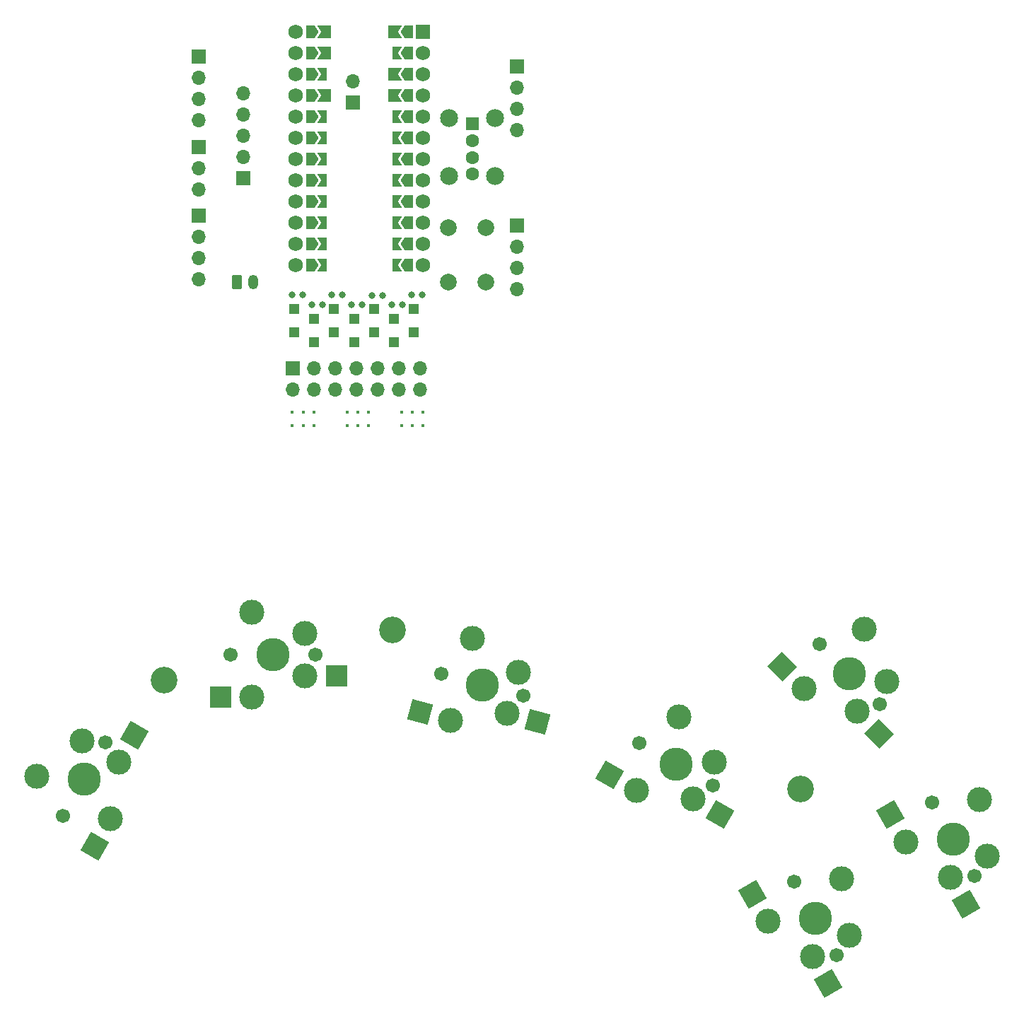
<source format=gbr>
%TF.GenerationSoftware,KiCad,Pcbnew,6.0.4*%
%TF.CreationDate,2022-05-08T18:55:17+02:00*%
%TF.ProjectId,mykeeb-adapter,6d796b65-6562-42d6-9164-61707465722e,rev?*%
%TF.SameCoordinates,Original*%
%TF.FileFunction,Soldermask,Bot*%
%TF.FilePolarity,Negative*%
%FSLAX46Y46*%
G04 Gerber Fmt 4.6, Leading zero omitted, Abs format (unit mm)*
G04 Created by KiCad (PCBNEW 6.0.4) date 2022-05-08 18:55:17*
%MOMM*%
%LPD*%
G01*
G04 APERTURE LIST*
G04 Aperture macros list*
%AMRoundRect*
0 Rectangle with rounded corners*
0 $1 Rounding radius*
0 $2 $3 $4 $5 $6 $7 $8 $9 X,Y pos of 4 corners*
0 Add a 4 corners polygon primitive as box body*
4,1,4,$2,$3,$4,$5,$6,$7,$8,$9,$2,$3,0*
0 Add four circle primitives for the rounded corners*
1,1,$1+$1,$2,$3*
1,1,$1+$1,$4,$5*
1,1,$1+$1,$6,$7*
1,1,$1+$1,$8,$9*
0 Add four rect primitives between the rounded corners*
20,1,$1+$1,$2,$3,$4,$5,0*
20,1,$1+$1,$4,$5,$6,$7,0*
20,1,$1+$1,$6,$7,$8,$9,0*
20,1,$1+$1,$8,$9,$2,$3,0*%
%AMRotRect*
0 Rectangle, with rotation*
0 The origin of the aperture is its center*
0 $1 length*
0 $2 width*
0 $3 Rotation angle, in degrees counterclockwise*
0 Add horizontal line*
21,1,$1,$2,0,0,$3*%
%AMFreePoly0*
4,1,6,1.000000,0.000000,0.500000,-0.750000,-0.500000,-0.750000,-0.500000,0.750000,0.500000,0.750000,1.000000,0.000000,1.000000,0.000000,$1*%
%AMFreePoly1*
4,1,6,1.000000,-0.750000,-0.650000,-0.750000,-0.150000,0.000000,-0.650000,0.750000,1.000000,0.750000,1.000000,-0.750000,1.000000,-0.750000,$1*%
%AMFreePoly2*
4,1,6,0.500000,-0.750000,-0.650000,-0.750000,-0.150000,0.000000,-0.650000,0.750000,0.500000,0.750000,0.500000,-0.750000,0.500000,-0.750000,$1*%
G04 Aperture macros list end*
%ADD10C,3.000000*%
%ADD11C,1.701800*%
%ADD12C,3.987800*%
%ADD13RotRect,2.550000X2.500000X315.000000*%
%ADD14C,0.393700*%
%ADD15RotRect,2.550000X2.500000X300.000000*%
%ADD16C,0.800000*%
%ADD17R,1.200000X1.200000*%
%ADD18R,2.550000X2.500000*%
%ADD19RotRect,2.550000X2.500000X345.000000*%
%ADD20RotRect,2.550000X2.500000X60.000000*%
%ADD21C,3.200000*%
%ADD22RotRect,2.550000X2.500000X330.000000*%
%ADD23R,1.700000X1.700000*%
%ADD24O,1.700000X1.700000*%
%ADD25R,1.600000X1.600000*%
%ADD26C,1.600000*%
%ADD27C,2.150000*%
%ADD28C,1.752600*%
%ADD29FreePoly0,0.000000*%
%ADD30FreePoly0,180.000000*%
%ADD31R,1.752600X1.752600*%
%ADD32FreePoly1,180.000000*%
%ADD33FreePoly2,180.000000*%
%ADD34FreePoly2,0.000000*%
%ADD35FreePoly1,0.000000*%
%ADD36C,2.000000*%
%ADD37RoundRect,0.250000X-0.350000X-0.625000X0.350000X-0.625000X0.350000X0.625000X-0.350000X0.625000X0*%
%ADD38O,1.200000X1.750000*%
G04 APERTURE END LIST*
D10*
%TO.C,K46*%
X157412794Y-116275524D03*
X154718717Y-109989344D03*
D11*
X156514768Y-118969600D03*
D10*
X147534512Y-117173549D03*
D11*
X149330564Y-111785396D03*
D12*
X152922666Y-115377498D03*
D10*
X153820692Y-119867626D03*
D13*
X144882862Y-114521899D03*
X156472342Y-122519276D03*
%TD*%
D14*
%TO.C,H3*%
X100607897Y-85625070D03*
X100607897Y-84039133D03*
X101898522Y-84039133D03*
X99317272Y-85625070D03*
X101898522Y-85625070D03*
X99317272Y-84039133D03*
%TD*%
D11*
%TO.C,K45*%
X162786048Y-130736642D03*
D10*
X165031343Y-139705608D03*
X168455457Y-130396346D03*
X169430753Y-137165608D03*
X159656639Y-135476346D03*
D12*
X165326048Y-135136051D03*
D11*
X167866048Y-139535460D03*
D15*
X157781639Y-132228751D03*
X166906343Y-142953203D03*
%TD*%
D16*
%TO.C,D46*%
X86199501Y-69969023D03*
D17*
X86463501Y-71629023D03*
X86463501Y-74429023D03*
D16*
X87469501Y-69969023D03*
%TD*%
D17*
%TO.C,D45*%
X88844753Y-72819649D03*
D16*
X88580753Y-71159649D03*
X89850753Y-71159649D03*
D17*
X88844753Y-75619649D03*
%TD*%
D14*
%TO.C,H1*%
X95350079Y-85625070D03*
X92768829Y-84039133D03*
X94059454Y-84039133D03*
X95350079Y-84039133D03*
X92768829Y-85625070D03*
X94059454Y-85625070D03*
%TD*%
D17*
%TO.C,D43*%
X93607257Y-72819649D03*
D16*
X93343257Y-71159649D03*
D17*
X93607257Y-75619649D03*
D16*
X94613257Y-71159649D03*
%TD*%
D10*
%TO.C,K41*%
X87749133Y-115649470D03*
X81399133Y-108029470D03*
X81399133Y-118189470D03*
X87749133Y-110569470D03*
D11*
X89019133Y-113109470D03*
D12*
X83939133Y-113109470D03*
D11*
X78859133Y-113109470D03*
D18*
X77649133Y-118189470D03*
X91499133Y-115649470D03*
%TD*%
D16*
%TO.C,D44*%
X90962005Y-69969023D03*
D17*
X91226005Y-71629023D03*
X91226005Y-74429023D03*
D16*
X92232005Y-69969023D03*
%TD*%
D10*
%TO.C,K42*%
X107803628Y-111117044D03*
X105174027Y-120930851D03*
X111965056Y-120120900D03*
X113279857Y-115213997D03*
D12*
X108942279Y-116681348D03*
D11*
X113849182Y-117996149D03*
X104035376Y-115366547D03*
D19*
X101551805Y-119960279D03*
X115587278Y-121091472D03*
%TD*%
D10*
%TO.C,K44*%
X143158841Y-145001354D03*
X152932955Y-146690616D03*
D12*
X148828250Y-144661059D03*
D10*
X148533545Y-149230616D03*
D11*
X146288250Y-140261650D03*
D10*
X151957659Y-139921354D03*
D11*
X151368250Y-149060468D03*
D15*
X141283841Y-141753759D03*
X150408545Y-152478211D03*
%TD*%
D14*
%TO.C,H2*%
X87511011Y-84039133D03*
X88801636Y-85625070D03*
X88801636Y-84039133D03*
X87511011Y-85625070D03*
X86220386Y-85625070D03*
X86220386Y-84039133D03*
%TD*%
D12*
%TO.C,K40*%
X61317239Y-127992295D03*
D10*
X55647830Y-127652000D03*
D11*
X58777239Y-132391704D03*
X63857239Y-123592886D03*
D10*
X65421944Y-125962738D03*
X61022534Y-123422738D03*
X64446648Y-132732000D03*
D20*
X62571648Y-135979595D03*
X67296944Y-122715143D03*
%TD*%
D21*
%TO.C,H5*%
X70842247Y-116086035D03*
%TD*%
D17*
%TO.C,D42*%
X95988509Y-71678771D03*
D16*
X95724509Y-70018771D03*
D17*
X95988509Y-74478771D03*
D16*
X96994509Y-70018771D03*
%TD*%
D10*
%TO.C,K43*%
X132499781Y-120536947D03*
X136729043Y-125911651D03*
X127419781Y-129335765D03*
D12*
X132159486Y-126206356D03*
D10*
X134189043Y-130311061D03*
D11*
X127760077Y-123666356D03*
X136558895Y-128746356D03*
D22*
X124172186Y-127460765D03*
X137436638Y-132186061D03*
%TD*%
D21*
%TO.C,H4*%
X147042311Y-129182921D03*
%TD*%
D23*
%TO.C,J1*%
X75009454Y-60483799D03*
D24*
X75009454Y-63023799D03*
X75009454Y-65563799D03*
X75009454Y-68103799D03*
D23*
X113109454Y-61674424D03*
D24*
X113109454Y-64214424D03*
X113109454Y-66754424D03*
X113109454Y-69294424D03*
D23*
X75009454Y-41433799D03*
D24*
X75009454Y-43973799D03*
X75009454Y-46513799D03*
X75009454Y-49053799D03*
D23*
X113109454Y-42624424D03*
D24*
X113109454Y-45164424D03*
X113109454Y-47704424D03*
X113109454Y-50244424D03*
%TD*%
D16*
%TO.C,D41*%
X98105761Y-71159649D03*
D17*
X98369761Y-72819649D03*
X98369761Y-75619649D03*
D16*
X99375761Y-71159649D03*
%TD*%
D21*
%TO.C,H6*%
X98226645Y-110132905D03*
%TD*%
D16*
%TO.C,D40*%
X100487013Y-69969023D03*
D17*
X100751013Y-71629023D03*
X100751013Y-74429023D03*
D16*
X101757013Y-69969023D03*
%TD*%
D23*
%TO.C,J3*%
X86285257Y-78789718D03*
D24*
X86285257Y-81329718D03*
X88825257Y-78789718D03*
X88825257Y-81329718D03*
X91365257Y-78789718D03*
X91365257Y-81329718D03*
X93905257Y-78789718D03*
X93905257Y-81329718D03*
X96445257Y-78789718D03*
X96445257Y-81329718D03*
X98985257Y-78789718D03*
X98985257Y-81329718D03*
X101525257Y-78789718D03*
X101525257Y-81329718D03*
%TD*%
D23*
%TO.C,SW2*%
X75009438Y-52243796D03*
D24*
X75009438Y-54783796D03*
X75009438Y-57323796D03*
%TD*%
D23*
%TO.C,J11*%
X80367152Y-56018755D03*
D24*
X80367152Y-53478755D03*
X80367152Y-50938755D03*
X80367152Y-48398755D03*
X80367152Y-45858755D03*
%TD*%
D25*
%TO.C,J4*%
X107751653Y-49519727D03*
D26*
X107751653Y-51519727D03*
X107751653Y-53519727D03*
X107751653Y-55519727D03*
D27*
X105031653Y-48789727D03*
X105031653Y-55789727D03*
X110471653Y-55789727D03*
X110471653Y-48789727D03*
%TD*%
D28*
%TO.C,U1*%
X101839196Y-58787182D03*
D29*
X88377196Y-61327182D03*
D30*
X100137196Y-46087182D03*
D29*
X88377196Y-66407182D03*
D30*
X100137196Y-58787182D03*
X100137196Y-61327182D03*
D28*
X86599196Y-48627182D03*
D31*
X101839196Y-38467182D03*
D28*
X86599196Y-51167182D03*
X101839196Y-63867182D03*
X86599196Y-46087182D03*
X101839196Y-53707182D03*
X86599196Y-56247182D03*
D29*
X88377196Y-63867182D03*
X88377196Y-41007182D03*
D28*
X101839196Y-66407182D03*
X86599196Y-43547182D03*
D30*
X100137196Y-38467182D03*
D28*
X101839196Y-41007182D03*
D29*
X88377196Y-48627182D03*
D28*
X101839196Y-43547182D03*
D30*
X100137196Y-66407182D03*
D28*
X86599196Y-41007182D03*
D29*
X88377196Y-58787182D03*
D28*
X86599196Y-38467182D03*
X86599196Y-53707182D03*
D29*
X88377196Y-51167182D03*
X88377196Y-46087182D03*
X88377196Y-43547182D03*
X88377196Y-53707182D03*
D28*
X101839196Y-51167182D03*
X101839196Y-61327182D03*
X86599196Y-61327182D03*
D30*
X100137196Y-41007182D03*
D28*
X86599196Y-66407182D03*
D30*
X100137196Y-63867182D03*
X100137196Y-53707182D03*
D28*
X101839196Y-48627182D03*
X86599196Y-63867182D03*
X86599196Y-58787182D03*
D30*
X100137196Y-43547182D03*
D29*
X88377196Y-38467182D03*
X88377196Y-56247182D03*
D30*
X100137196Y-56247182D03*
D28*
X101839196Y-46087182D03*
X101839196Y-56247182D03*
D30*
X100137196Y-51167182D03*
X100137196Y-48627182D03*
D32*
X98687196Y-38467182D03*
D33*
X98687196Y-41007182D03*
D32*
X98687196Y-43547182D03*
X98687196Y-46087182D03*
D33*
X98687196Y-48627182D03*
X98687196Y-51167182D03*
X98687196Y-53707182D03*
X98687196Y-56247182D03*
X98687196Y-58787182D03*
X98687196Y-61327182D03*
X98687196Y-63867182D03*
X98687196Y-66407182D03*
D34*
X89827196Y-66407182D03*
X89827196Y-63867182D03*
X89827196Y-61327182D03*
X89827196Y-58787182D03*
X89827196Y-56247182D03*
X89827196Y-53707182D03*
X89827196Y-51167182D03*
X89827196Y-48627182D03*
D35*
X89827196Y-46087182D03*
D34*
X89827196Y-43547182D03*
D35*
X89827196Y-41007182D03*
X89827196Y-38467182D03*
%TD*%
D23*
%TO.C,J2*%
X93448853Y-46930312D03*
D24*
X93448853Y-44390312D03*
%TD*%
D36*
%TO.C,SW1*%
X104931237Y-61912552D03*
X104931237Y-68412552D03*
X109431237Y-61912552D03*
X109431237Y-68412552D03*
%TD*%
D37*
%TO.C,BT1*%
X79557881Y-68460995D03*
D38*
X81557881Y-68460995D03*
%TD*%
M02*

</source>
